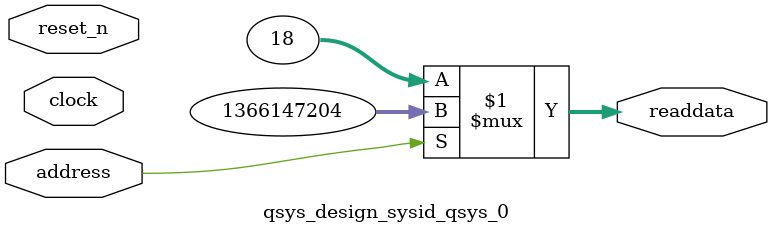
<source format=v>

`timescale 1ns / 1ps
// synthesis translate_on

// turn off superfluous verilog processor warnings 
// altera message_level Level1 
// altera message_off 10034 10035 10036 10037 10230 10240 10030 

module qsys_design_sysid_qsys_0 (
               // inputs:
                address,
                clock,
                reset_n,

               // outputs:
                readdata
             )
;

  output  [ 31: 0] readdata;
  input            address;
  input            clock;
  input            reset_n;

  wire    [ 31: 0] readdata;
  //control_slave, which is an e_avalon_slave
  assign readdata = address ? 1366147204 : 18;

endmodule




</source>
